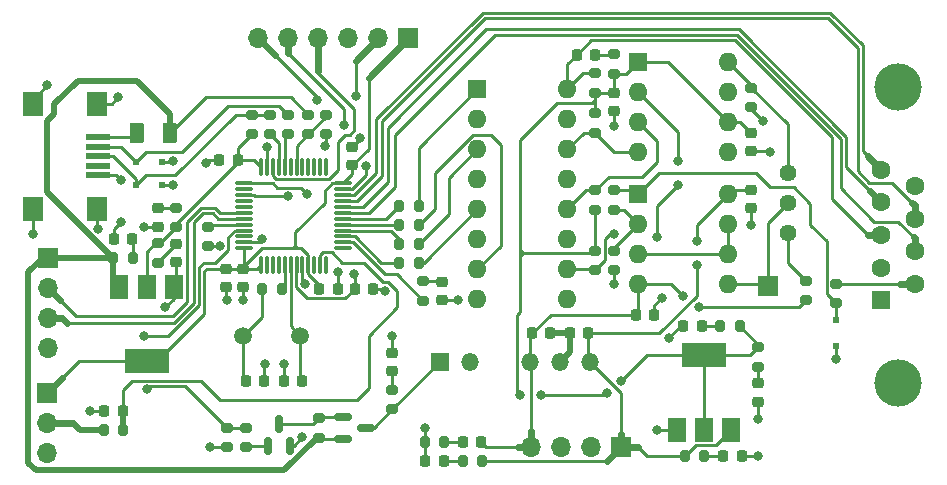
<source format=gbr>
%TF.GenerationSoftware,KiCad,Pcbnew,(6.0.0)*%
%TF.CreationDate,2023-02-03T01:01:01+01:00*%
%TF.ProjectId,EL1000_Lastcontroller,454c3130-3030-45f4-9c61-7374636f6e74,1*%
%TF.SameCoordinates,Original*%
%TF.FileFunction,Copper,L1,Top*%
%TF.FilePolarity,Positive*%
%FSLAX46Y46*%
G04 Gerber Fmt 4.6, Leading zero omitted, Abs format (unit mm)*
G04 Created by KiCad (PCBNEW (6.0.0)) date 2023-02-03 01:01:01*
%MOMM*%
%LPD*%
G01*
G04 APERTURE LIST*
G04 Aperture macros list*
%AMRoundRect*
0 Rectangle with rounded corners*
0 $1 Rounding radius*
0 $2 $3 $4 $5 $6 $7 $8 $9 X,Y pos of 4 corners*
0 Add a 4 corners polygon primitive as box body*
4,1,4,$2,$3,$4,$5,$6,$7,$8,$9,$2,$3,0*
0 Add four circle primitives for the rounded corners*
1,1,$1+$1,$2,$3*
1,1,$1+$1,$4,$5*
1,1,$1+$1,$6,$7*
1,1,$1+$1,$8,$9*
0 Add four rect primitives between the rounded corners*
20,1,$1+$1,$2,$3,$4,$5,0*
20,1,$1+$1,$4,$5,$6,$7,0*
20,1,$1+$1,$6,$7,$8,$9,0*
20,1,$1+$1,$8,$9,$2,$3,0*%
G04 Aperture macros list end*
%TA.AperFunction,ComponentPad*%
%ADD10R,1.700000X1.700000*%
%TD*%
%TA.AperFunction,ComponentPad*%
%ADD11O,1.700000X1.700000*%
%TD*%
%TA.AperFunction,SMDPad,CuDef*%
%ADD12RoundRect,0.225000X0.225000X0.250000X-0.225000X0.250000X-0.225000X-0.250000X0.225000X-0.250000X0*%
%TD*%
%TA.AperFunction,SMDPad,CuDef*%
%ADD13RoundRect,0.200000X0.275000X-0.200000X0.275000X0.200000X-0.275000X0.200000X-0.275000X-0.200000X0*%
%TD*%
%TA.AperFunction,SMDPad,CuDef*%
%ADD14RoundRect,0.200000X-0.275000X0.200000X-0.275000X-0.200000X0.275000X-0.200000X0.275000X0.200000X0*%
%TD*%
%TA.AperFunction,SMDPad,CuDef*%
%ADD15RoundRect,0.225000X-0.250000X0.225000X-0.250000X-0.225000X0.250000X-0.225000X0.250000X0.225000X0*%
%TD*%
%TA.AperFunction,SMDPad,CuDef*%
%ADD16RoundRect,0.200000X-0.200000X-0.275000X0.200000X-0.275000X0.200000X0.275000X-0.200000X0.275000X0*%
%TD*%
%TA.AperFunction,SMDPad,CuDef*%
%ADD17RoundRect,0.200000X0.200000X0.275000X-0.200000X0.275000X-0.200000X-0.275000X0.200000X-0.275000X0*%
%TD*%
%TA.AperFunction,SMDPad,CuDef*%
%ADD18RoundRect,0.218750X0.256250X-0.218750X0.256250X0.218750X-0.256250X0.218750X-0.256250X-0.218750X0*%
%TD*%
%TA.AperFunction,SMDPad,CuDef*%
%ADD19RoundRect,0.225000X-0.225000X-0.250000X0.225000X-0.250000X0.225000X0.250000X-0.225000X0.250000X0*%
%TD*%
%TA.AperFunction,ComponentPad*%
%ADD20R,1.600000X1.600000*%
%TD*%
%TA.AperFunction,ComponentPad*%
%ADD21O,1.600000X1.600000*%
%TD*%
%TA.AperFunction,ComponentPad*%
%ADD22C,4.000000*%
%TD*%
%TA.AperFunction,ComponentPad*%
%ADD23C,1.600000*%
%TD*%
%TA.AperFunction,SMDPad,CuDef*%
%ADD24RoundRect,0.150000X-0.587500X-0.150000X0.587500X-0.150000X0.587500X0.150000X-0.587500X0.150000X0*%
%TD*%
%TA.AperFunction,SMDPad,CuDef*%
%ADD25RoundRect,0.150000X0.150000X-0.587500X0.150000X0.587500X-0.150000X0.587500X-0.150000X-0.587500X0*%
%TD*%
%TA.AperFunction,SMDPad,CuDef*%
%ADD26RoundRect,0.218750X-0.256250X0.218750X-0.256250X-0.218750X0.256250X-0.218750X0.256250X0.218750X0*%
%TD*%
%TA.AperFunction,SMDPad,CuDef*%
%ADD27R,1.500000X2.000000*%
%TD*%
%TA.AperFunction,SMDPad,CuDef*%
%ADD28R,3.800000X2.000000*%
%TD*%
%TA.AperFunction,SMDPad,CuDef*%
%ADD29RoundRect,0.218750X-0.218750X-0.256250X0.218750X-0.256250X0.218750X0.256250X-0.218750X0.256250X0*%
%TD*%
%TA.AperFunction,ComponentPad*%
%ADD30R,1.500000X1.500000*%
%TD*%
%TA.AperFunction,ComponentPad*%
%ADD31O,1.500000X1.500000*%
%TD*%
%TA.AperFunction,ComponentPad*%
%ADD32C,1.440000*%
%TD*%
%TA.AperFunction,SMDPad,CuDef*%
%ADD33R,0.500000X0.500000*%
%TD*%
%TA.AperFunction,SMDPad,CuDef*%
%ADD34RoundRect,0.218750X0.218750X0.256250X-0.218750X0.256250X-0.218750X-0.256250X0.218750X-0.256250X0*%
%TD*%
%TA.AperFunction,SMDPad,CuDef*%
%ADD35R,2.000000X0.500000*%
%TD*%
%TA.AperFunction,SMDPad,CuDef*%
%ADD36R,1.700000X2.000000*%
%TD*%
%TA.AperFunction,SMDPad,CuDef*%
%ADD37RoundRect,0.225000X0.250000X-0.225000X0.250000X0.225000X-0.250000X0.225000X-0.250000X-0.225000X0*%
%TD*%
%TA.AperFunction,SMDPad,CuDef*%
%ADD38RoundRect,0.075000X0.075000X-0.662500X0.075000X0.662500X-0.075000X0.662500X-0.075000X-0.662500X0*%
%TD*%
%TA.AperFunction,SMDPad,CuDef*%
%ADD39RoundRect,0.075000X0.662500X-0.075000X0.662500X0.075000X-0.662500X0.075000X-0.662500X-0.075000X0*%
%TD*%
%TA.AperFunction,SMDPad,CuDef*%
%ADD40RoundRect,0.250000X0.375000X0.625000X-0.375000X0.625000X-0.375000X-0.625000X0.375000X-0.625000X0*%
%TD*%
%TA.AperFunction,ComponentPad*%
%ADD41C,1.500000*%
%TD*%
%TA.AperFunction,ViaPad*%
%ADD42C,0.800000*%
%TD*%
%TA.AperFunction,Conductor*%
%ADD43C,0.600000*%
%TD*%
%TA.AperFunction,Conductor*%
%ADD44C,0.250000*%
%TD*%
%TA.AperFunction,Conductor*%
%ADD45C,0.500000*%
%TD*%
G04 APERTURE END LIST*
D10*
%TO.P,J6,1,Pin_1*%
%TO.N,+3V3*%
X66200000Y-73600000D03*
D11*
%TO.P,J6,2,Pin_2*%
%TO.N,Net-(J6-Pad2)*%
X66200000Y-76140000D03*
%TO.P,J6,3,Pin_3*%
%TO.N,GND*%
X66200000Y-78680000D03*
%TD*%
D12*
%TO.P,C18,1*%
%TO.N,GNDS*%
X117575000Y-67000000D03*
%TO.P,C18,2*%
%TO.N,-12V*%
X116025000Y-67000000D03*
%TD*%
%TO.P,C7,1*%
%TO.N,Net-(C7-Pad1)*%
X87775000Y-72600000D03*
%TO.P,C7,2*%
%TO.N,GND*%
X86225000Y-72600000D03*
%TD*%
D13*
%TO.P,R27,1*%
%TO.N,Net-(R24-Pad1)*%
X88300000Y-51737500D03*
%TO.P,R27,2*%
%TO.N,+5V*%
X88300000Y-50087500D03*
%TD*%
D14*
%TO.P,R8,1*%
%TO.N,Net-(R8-Pad1)*%
X79800000Y-59550000D03*
%TO.P,R8,2*%
%TO.N,GND*%
X79800000Y-61200000D03*
%TD*%
D15*
%TO.P,C17,1*%
%TO.N,+12C*%
X125800000Y-56425000D03*
%TO.P,C17,2*%
%TO.N,GNDS*%
X125800000Y-57975000D03*
%TD*%
D14*
%TO.P,R17,1*%
%TO.N,+5C*%
X112600000Y-61575000D03*
%TO.P,R17,2*%
%TO.N,/~{CS}*%
X112600000Y-63225000D03*
%TD*%
D10*
%TO.P,J3,1,Pin_1*%
%TO.N,+3V3*%
X96725000Y-43625000D03*
D11*
%TO.P,J3,2,Pin_2*%
%TO.N,/SWCLK*%
X94185000Y-43625000D03*
%TO.P,J3,3,Pin_3*%
%TO.N,GND*%
X91645000Y-43625000D03*
%TO.P,J3,4,Pin_4*%
%TO.N,/SWDIO*%
X89105000Y-43625000D03*
%TO.P,J3,5,Pin_5*%
%TO.N,/NRST*%
X86565000Y-43625000D03*
%TO.P,J3,6,Pin_6*%
%TO.N,/SWO*%
X84025000Y-43625000D03*
%TD*%
D16*
%TO.P,R15,1*%
%TO.N,Net-(J6-Pad2)*%
X70975000Y-76800000D03*
%TO.P,R15,2*%
%TO.N,/LEM_Signal*%
X72625000Y-76800000D03*
%TD*%
D13*
%TO.P,R39,1*%
%TO.N,/Status_LED*%
X98000000Y-65825000D03*
%TO.P,R39,2*%
%TO.N,Net-(D7-Pad2)*%
X98000000Y-64175000D03*
%TD*%
D17*
%TO.P,R23,1*%
%TO.N,+5C*%
X124825000Y-68000000D03*
%TO.P,R23,2*%
%TO.N,Net-(C14-Pad1)*%
X123175000Y-68000000D03*
%TD*%
D15*
%TO.P,C2,1*%
%TO.N,Net-(C2-Pad1)*%
X77100000Y-61025000D03*
%TO.P,C2,2*%
%TO.N,GND*%
X77100000Y-62575000D03*
%TD*%
D13*
%TO.P,R21,1*%
%TO.N,Net-(R21-Pad1)*%
X85050000Y-51712500D03*
%TO.P,R21,2*%
%TO.N,/USB_DP*%
X85050000Y-50062500D03*
%TD*%
D10*
%TO.P,TP1,1,1*%
%TO.N,Net-(RV1-Pad2)*%
X127200000Y-64600000D03*
%TD*%
%TO.P,J1,1,Pin_1*%
%TO.N,+5V*%
X66225000Y-62200000D03*
D11*
%TO.P,J1,2,Pin_2*%
%TO.N,/UART_TX*%
X66225000Y-64740000D03*
%TO.P,J1,3,Pin_3*%
%TO.N,/UART_RX*%
X66225000Y-67280000D03*
%TO.P,J1,4,Pin_4*%
%TO.N,GND*%
X66225000Y-69820000D03*
%TD*%
D16*
%TO.P,R7,1*%
%TO.N,Net-(C3-Pad1)*%
X84375000Y-64800000D03*
%TO.P,R7,2*%
%TO.N,Net-(R7-Pad2)*%
X86025000Y-64800000D03*
%TD*%
D18*
%TO.P,D7,1,K*%
%TO.N,GND*%
X99600000Y-65787500D03*
%TO.P,D7,2,A*%
%TO.N,Net-(D7-Pad2)*%
X99600000Y-64212500D03*
%TD*%
D12*
%TO.P,C19,1*%
%TO.N,/LEM_Signal*%
X72575000Y-75200000D03*
%TO.P,C19,2*%
%TO.N,GND*%
X71025000Y-75200000D03*
%TD*%
D13*
%TO.P,R22,1*%
%TO.N,+3V3*%
X83550000Y-51712500D03*
%TO.P,R22,2*%
%TO.N,/USB_DP*%
X83550000Y-50062500D03*
%TD*%
D19*
%TO.P,C4,1*%
%TO.N,/NRST*%
X92225000Y-64800000D03*
%TO.P,C4,2*%
%TO.N,GND*%
X93775000Y-64800000D03*
%TD*%
D20*
%TO.P,U4,1*%
%TO.N,Net-(R11-Pad2)*%
X102600000Y-47925000D03*
D21*
%TO.P,U4,2*%
%TO.N,GND*%
X102600000Y-50465000D03*
%TO.P,U4,3*%
%TO.N,Net-(R12-Pad2)*%
X102600000Y-53005000D03*
%TO.P,U4,4*%
%TO.N,GND*%
X102600000Y-55545000D03*
%TO.P,U4,5*%
%TO.N,Net-(R13-Pad2)*%
X102600000Y-58085000D03*
%TO.P,U4,6*%
%TO.N,GND*%
X102600000Y-60625000D03*
%TO.P,U4,7*%
%TO.N,Net-(R14-Pad2)*%
X102600000Y-63165000D03*
%TO.P,U4,8*%
%TO.N,GND*%
X102600000Y-65705000D03*
%TO.P,U4,9*%
%TO.N,GNDS*%
X110220000Y-65705000D03*
%TO.P,U4,10*%
%TO.N,/~{CS}*%
X110220000Y-63165000D03*
%TO.P,U4,11*%
%TO.N,GNDS*%
X110220000Y-60625000D03*
%TO.P,U4,12*%
%TO.N,/SCK*%
X110220000Y-58085000D03*
%TO.P,U4,13*%
%TO.N,GNDS*%
X110220000Y-55545000D03*
%TO.P,U4,14*%
%TO.N,/SDI*%
X110220000Y-53005000D03*
%TO.P,U4,15*%
%TO.N,GNDS*%
X110220000Y-50465000D03*
%TO.P,U4,16*%
%TO.N,/REMOTE_CTRL*%
X110220000Y-47925000D03*
%TD*%
D14*
%TO.P,R1,1*%
%TO.N,/Iso_DCDC_Power*%
X81400000Y-76575000D03*
%TO.P,R1,2*%
%TO.N,GND*%
X81400000Y-78225000D03*
%TD*%
D13*
%TO.P,R5,1*%
%TO.N,Net-(Q2-Pad3)*%
X95400000Y-75025000D03*
%TO.P,R5,2*%
%TO.N,Net-(D1-Pad2)*%
X95400000Y-73375000D03*
%TD*%
D22*
%TO.P,J5,0*%
%TO.N,N/C*%
X138220000Y-72760000D03*
X138220000Y-47760000D03*
D20*
%TO.P,J5,1,1*%
%TO.N,unconnected-(J5-Pad1)*%
X136800000Y-65800000D03*
D23*
%TO.P,J5,2,2*%
%TO.N,GNDS*%
X136800000Y-63030000D03*
%TO.P,J5,3,3*%
%TO.N,/REMOTE_CTRL*%
X136800000Y-60260000D03*
%TO.P,J5,4,4*%
%TO.N,/UNDERVOLTAGE*%
X136800000Y-57490000D03*
%TO.P,J5,5,5*%
%TO.N,/OVERVOLTAGE*%
X136800000Y-54720000D03*
%TO.P,J5,6,6*%
%TO.N,/CURRENT_CONTROL*%
X139640000Y-64415000D03*
%TO.P,J5,7,7*%
%TO.N,/OVERTEMP*%
X139640000Y-61645000D03*
%TO.P,J5,8,8*%
%TO.N,/OVERLOAD*%
X139640000Y-58875000D03*
%TO.P,J5,9,9*%
%TO.N,GND*%
X139640000Y-56105000D03*
%TD*%
D24*
%TO.P,Q2,1,G*%
%TO.N,Net-(Q1-Pad3)*%
X91262500Y-75650000D03*
%TO.P,Q2,2,S*%
%TO.N,+5V*%
X91262500Y-77550000D03*
%TO.P,Q2,3,D*%
%TO.N,Net-(Q2-Pad3)*%
X93137500Y-76600000D03*
%TD*%
D25*
%TO.P,Q1,1,G*%
%TO.N,Net-(Q1-Pad1)*%
X84850000Y-78137500D03*
%TO.P,Q1,2,S*%
%TO.N,GND*%
X86750000Y-78137500D03*
%TO.P,Q1,3,D*%
%TO.N,Net-(Q1-Pad3)*%
X85800000Y-76262500D03*
%TD*%
D14*
%TO.P,R32,1*%
%TO.N,Net-(R32-Pad1)*%
X130400000Y-64150000D03*
%TO.P,R32,2*%
%TO.N,-12V*%
X130400000Y-65800000D03*
%TD*%
D26*
%TO.P,D1,1,K*%
%TO.N,GND*%
X95400000Y-70212500D03*
%TO.P,D1,2,A*%
%TO.N,Net-(D1-Pad2)*%
X95400000Y-71787500D03*
%TD*%
D16*
%TO.P,R14,1*%
%TO.N,/ST_MOSI*%
X96000000Y-59400000D03*
%TO.P,R14,2*%
%TO.N,Net-(R14-Pad2)*%
X97650000Y-59400000D03*
%TD*%
D14*
%TO.P,R18,1*%
%TO.N,+5C*%
X112600000Y-49975000D03*
%TO.P,R18,2*%
%TO.N,/SDI*%
X112600000Y-51625000D03*
%TD*%
D16*
%TO.P,R4,1*%
%TO.N,+5V*%
X71775000Y-62200000D03*
%TO.P,R4,2*%
%TO.N,Net-(C1-Pad1)*%
X73425000Y-62200000D03*
%TD*%
%TO.P,R11,1*%
%TO.N,/Remote_CTRL_STM*%
X96000000Y-57800000D03*
%TO.P,R11,2*%
%TO.N,Net-(R11-Pad2)*%
X97650000Y-57800000D03*
%TD*%
%TO.P,R13,1*%
%TO.N,/ST_SCK*%
X96000000Y-62600000D03*
%TO.P,R13,2*%
%TO.N,Net-(R13-Pad2)*%
X97650000Y-62600000D03*
%TD*%
D15*
%TO.P,C8,1*%
%TO.N,+3V3*%
X82800000Y-63112500D03*
%TO.P,C8,2*%
%TO.N,GND*%
X82800000Y-64662500D03*
%TD*%
D12*
%TO.P,C5,1*%
%TO.N,+12C*%
X111975000Y-68600000D03*
%TO.P,C5,2*%
%TO.N,GNDS*%
X110425000Y-68600000D03*
%TD*%
D13*
%TO.P,R38,1*%
%TO.N,Net-(D10-Pad1)*%
X133000000Y-66025000D03*
%TO.P,R38,2*%
%TO.N,/CURRENT_CONTROL*%
X133000000Y-64375000D03*
%TD*%
D27*
%TO.P,U5,1,GND*%
%TO.N,GNDS*%
X119500000Y-76750000D03*
%TO.P,U5,2,VO*%
%TO.N,+5C*%
X121800000Y-76750000D03*
D28*
X121800000Y-70450000D03*
D27*
%TO.P,U5,3,VI*%
%TO.N,+12C*%
X124100000Y-76750000D03*
%TD*%
D29*
%TO.P,D8,1,K*%
%TO.N,/REMOTE_CTRL*%
X111012500Y-45000000D03*
%TO.P,D8,2,A*%
%TO.N,Net-(D8-Pad2)*%
X112587500Y-45000000D03*
%TD*%
D30*
%TO.P,U2,1,VIN+*%
%TO.N,Net-(Q2-Pad3)*%
X99467500Y-71005000D03*
D31*
%TO.P,U2,2,VIN-*%
%TO.N,GND*%
X102007500Y-71005000D03*
%TO.P,U2,4,VOUT-*%
%TO.N,-12V*%
X107087500Y-71005000D03*
%TO.P,U2,5,0V*%
%TO.N,GNDS*%
X109627500Y-71005000D03*
%TO.P,U2,6,VOUT+*%
%TO.N,+12C*%
X112167500Y-71005000D03*
%TD*%
D20*
%TO.P,U7,1*%
%TO.N,Net-(D10-Pad1)*%
X116200000Y-56800000D03*
D21*
%TO.P,U7,2,-*%
%TO.N,Net-(R36-Pad2)*%
X116200000Y-59340000D03*
%TO.P,U7,3,+*%
%TO.N,Net-(U7-Pad3)*%
X116200000Y-61880000D03*
%TO.P,U7,4,V-*%
%TO.N,-12V*%
X116200000Y-64420000D03*
%TO.P,U7,5,+*%
%TO.N,Net-(RV1-Pad2)*%
X123820000Y-64420000D03*
%TO.P,U7,6,-*%
%TO.N,Net-(U7-Pad3)*%
X123820000Y-61880000D03*
%TO.P,U7,7*%
X123820000Y-59340000D03*
%TO.P,U7,8,V+*%
%TO.N,+12C*%
X123820000Y-56800000D03*
%TD*%
D14*
%TO.P,R6,1*%
%TO.N,+3V3*%
X75600000Y-60975000D03*
%TO.P,R6,2*%
%TO.N,Net-(C2-Pad1)*%
X75600000Y-62625000D03*
%TD*%
D32*
%TO.P,RV1,1,1*%
%TO.N,Net-(R28-Pad1)*%
X128875000Y-55050000D03*
%TO.P,RV1,2,2*%
%TO.N,Net-(RV1-Pad2)*%
X128875000Y-57590000D03*
%TO.P,RV1,3,3*%
%TO.N,Net-(R32-Pad1)*%
X128875000Y-60130000D03*
%TD*%
D33*
%TO.P,D4,1,A1*%
%TO.N,GND*%
X75900000Y-56050000D03*
%TO.P,D4,2,A2*%
%TO.N,/USB_DP*%
X73700000Y-56050000D03*
%TD*%
D12*
%TO.P,C14,1*%
%TO.N,Net-(C14-Pad1)*%
X121600000Y-68000000D03*
%TO.P,C14,2*%
%TO.N,GNDS*%
X120050000Y-68000000D03*
%TD*%
D13*
%TO.P,R3,1*%
%TO.N,+5V*%
X89200000Y-77425000D03*
%TO.P,R3,2*%
%TO.N,Net-(Q1-Pad3)*%
X89200000Y-75775000D03*
%TD*%
D33*
%TO.P,D5,1,A1*%
%TO.N,GND*%
X75900000Y-54050000D03*
%TO.P,D5,2,A2*%
%TO.N,/USB_DM*%
X73700000Y-54050000D03*
%TD*%
D15*
%TO.P,C16,1*%
%TO.N,+5C*%
X125800000Y-51625000D03*
%TO.P,C16,2*%
%TO.N,GNDS*%
X125800000Y-53175000D03*
%TD*%
D12*
%TO.P,C11,1*%
%TO.N,+3V3*%
X82325000Y-53887500D03*
%TO.P,C11,2*%
%TO.N,GND*%
X80775000Y-53887500D03*
%TD*%
D34*
%TO.P,D3,1,K*%
%TO.N,-12V*%
X102947500Y-77800000D03*
%TO.P,D3,2,A*%
%TO.N,Net-(D3-Pad2)*%
X101372500Y-77800000D03*
%TD*%
D35*
%TO.P,J2,1,VBUS*%
%TO.N,Net-(F1-Pad2)*%
X70500000Y-52000000D03*
%TO.P,J2,2,D-*%
%TO.N,/USB_DM*%
X70500000Y-52800000D03*
%TO.P,J2,3,D+*%
%TO.N,/USB_DP*%
X70500000Y-53600000D03*
%TO.P,J2,4,ID*%
%TO.N,unconnected-(J2-Pad4)*%
X70500000Y-54400000D03*
%TO.P,J2,5,GND*%
%TO.N,GND*%
X70500000Y-55200000D03*
D36*
%TO.P,J2,6,Shield*%
X70400000Y-49150000D03*
X64950000Y-58050000D03*
X70400000Y-58050000D03*
X64950000Y-49150000D03*
%TD*%
D14*
%TO.P,R26,1*%
%TO.N,+5C*%
X126400000Y-69775000D03*
%TO.P,R26,2*%
%TO.N,Net-(D6-Pad2)*%
X126400000Y-71425000D03*
%TD*%
D37*
%TO.P,C12,1*%
%TO.N,+3V3*%
X92000000Y-54375000D03*
%TO.P,C12,2*%
%TO.N,GND*%
X92000000Y-52825000D03*
%TD*%
D18*
%TO.P,D9,1,K*%
%TO.N,GND*%
X75554387Y-59553265D03*
%TO.P,D9,2,A*%
%TO.N,Net-(D9-Pad2)*%
X75554387Y-57978265D03*
%TD*%
D13*
%TO.P,R16,1*%
%TO.N,+5C*%
X112600000Y-58125000D03*
%TO.P,R16,2*%
%TO.N,/SCK*%
X112600000Y-56475000D03*
%TD*%
%TO.P,R40,1*%
%TO.N,+5C*%
X114200000Y-46625000D03*
%TO.P,R40,2*%
%TO.N,Net-(D8-Pad2)*%
X114200000Y-44975000D03*
%TD*%
D17*
%TO.P,R9,1*%
%TO.N,+12C*%
X103025000Y-79400000D03*
%TO.P,R9,2*%
%TO.N,Net-(D2-Pad2)*%
X101375000Y-79400000D03*
%TD*%
D18*
%TO.P,D6,1,K*%
%TO.N,GNDS*%
X126400000Y-74387500D03*
%TO.P,D6,2,A*%
%TO.N,Net-(D6-Pad2)*%
X126400000Y-72812500D03*
%TD*%
D27*
%TO.P,U1,1,GND*%
%TO.N,GND*%
X76900000Y-64650000D03*
%TO.P,U1,2,VO*%
%TO.N,+3V3*%
X74600000Y-64650000D03*
D28*
X74600000Y-70950000D03*
D27*
%TO.P,U1,3,VI*%
%TO.N,+5V*%
X72300000Y-64650000D03*
%TD*%
D29*
%TO.P,D2,1,K*%
%TO.N,GNDS*%
X98212500Y-79400000D03*
%TO.P,D2,2,A*%
%TO.N,Net-(D2-Pad2)*%
X99787500Y-79400000D03*
%TD*%
D38*
%TO.P,U3,1,VBAT*%
%TO.N,+3V3*%
X84300000Y-62800000D03*
%TO.P,U3,2,PC13*%
%TO.N,unconnected-(U3-Pad2)*%
X84800000Y-62800000D03*
%TO.P,U3,3,PC14*%
%TO.N,unconnected-(U3-Pad3)*%
X85300000Y-62800000D03*
%TO.P,U3,4,PC15*%
%TO.N,unconnected-(U3-Pad4)*%
X85800000Y-62800000D03*
%TO.P,U3,5,PF0*%
%TO.N,Net-(R7-Pad2)*%
X86300000Y-62800000D03*
%TO.P,U3,6,PF1*%
%TO.N,Net-(C7-Pad1)*%
X86800000Y-62800000D03*
%TO.P,U3,7,NRST*%
%TO.N,/NRST*%
X87300000Y-62800000D03*
%TO.P,U3,8,VSSA*%
%TO.N,GND*%
X87800000Y-62800000D03*
%TO.P,U3,9,VDDA*%
%TO.N,+3V3*%
X88300000Y-62800000D03*
%TO.P,U3,10,PA0*%
%TO.N,unconnected-(U3-Pad10)*%
X88800000Y-62800000D03*
%TO.P,U3,11,PA1*%
%TO.N,/LEM_Signal*%
X89300000Y-62800000D03*
%TO.P,U3,12,PA2*%
%TO.N,unconnected-(U3-Pad12)*%
X89800000Y-62800000D03*
D39*
%TO.P,U3,13,PA3*%
%TO.N,unconnected-(U3-Pad13)*%
X91212500Y-61387500D03*
%TO.P,U3,14,PA4*%
%TO.N,/Status_LED*%
X91212500Y-60887500D03*
%TO.P,U3,15,PA5*%
%TO.N,/ST_SCK*%
X91212500Y-60387500D03*
%TO.P,U3,16,PA6*%
%TO.N,/ST_CS*%
X91212500Y-59887500D03*
%TO.P,U3,17,PA7*%
%TO.N,/ST_MOSI*%
X91212500Y-59387500D03*
%TO.P,U3,18,PB0*%
%TO.N,/Remote_CTRL_STM*%
X91212500Y-58887500D03*
%TO.P,U3,19,PB1*%
%TO.N,/OVERTEMP*%
X91212500Y-58387500D03*
%TO.P,U3,20,PB2*%
%TO.N,/UNDERVOLTAGE*%
X91212500Y-57887500D03*
%TO.P,U3,21,PB10*%
%TO.N,/OVERLOAD*%
X91212500Y-57387500D03*
%TO.P,U3,22,PB11*%
%TO.N,/OVERVOLTAGE*%
X91212500Y-56887500D03*
%TO.P,U3,23,VSS*%
%TO.N,GND*%
X91212500Y-56387500D03*
%TO.P,U3,24,VDD*%
%TO.N,+3V3*%
X91212500Y-55887500D03*
D38*
%TO.P,U3,25,PB12*%
%TO.N,unconnected-(U3-Pad25)*%
X89800000Y-54475000D03*
%TO.P,U3,26,PB13*%
%TO.N,unconnected-(U3-Pad26)*%
X89300000Y-54475000D03*
%TO.P,U3,27,PB14*%
%TO.N,unconnected-(U3-Pad27)*%
X88800000Y-54475000D03*
%TO.P,U3,28,PB15*%
%TO.N,unconnected-(U3-Pad28)*%
X88300000Y-54475000D03*
%TO.P,U3,29,PA8*%
%TO.N,unconnected-(U3-Pad29)*%
X87800000Y-54475000D03*
%TO.P,U3,30,PA9*%
%TO.N,Net-(R24-Pad1)*%
X87300000Y-54475000D03*
%TO.P,U3,31,PA10*%
%TO.N,unconnected-(U3-Pad31)*%
X86800000Y-54475000D03*
%TO.P,U3,32,PA11*%
%TO.N,Net-(R20-Pad1)*%
X86300000Y-54475000D03*
%TO.P,U3,33,PA12*%
%TO.N,Net-(R21-Pad1)*%
X85800000Y-54475000D03*
%TO.P,U3,34,PA13*%
%TO.N,/SWDIO*%
X85300000Y-54475000D03*
%TO.P,U3,35,VSS*%
%TO.N,GND*%
X84800000Y-54475000D03*
%TO.P,U3,36,VDD*%
%TO.N,+3V3*%
X84300000Y-54475000D03*
D39*
%TO.P,U3,37,PA14*%
%TO.N,/SWCLK*%
X82887500Y-55887500D03*
%TO.P,U3,38,PA15*%
%TO.N,unconnected-(U3-Pad38)*%
X82887500Y-56387500D03*
%TO.P,U3,39,PB3*%
%TO.N,/SWO*%
X82887500Y-56887500D03*
%TO.P,U3,40,PB4*%
%TO.N,unconnected-(U3-Pad40)*%
X82887500Y-57387500D03*
%TO.P,U3,41,PB5*%
%TO.N,unconnected-(U3-Pad41)*%
X82887500Y-57887500D03*
%TO.P,U3,42,PB6*%
%TO.N,/UART_TX*%
X82887500Y-58387500D03*
%TO.P,U3,43,PB7*%
%TO.N,/UART_RX*%
X82887500Y-58887500D03*
%TO.P,U3,44,BOOT0*%
%TO.N,Net-(R8-Pad1)*%
X82887500Y-59387500D03*
%TO.P,U3,45,PB8*%
%TO.N,/Iso_DCDC_Power*%
X82887500Y-59887500D03*
%TO.P,U3,46,PB9*%
%TO.N,unconnected-(U3-Pad46)*%
X82887500Y-60387500D03*
%TO.P,U3,47,VSS*%
%TO.N,GND*%
X82887500Y-60887500D03*
%TO.P,U3,48,VDD*%
%TO.N,+3V3*%
X82887500Y-61387500D03*
%TD*%
D12*
%TO.P,C6,1*%
%TO.N,GNDS*%
X108775000Y-68600000D03*
%TO.P,C6,2*%
%TO.N,-12V*%
X107225000Y-68600000D03*
%TD*%
D14*
%TO.P,R2,1*%
%TO.N,/Iso_DCDC_Power*%
X83000000Y-76575000D03*
%TO.P,R2,2*%
%TO.N,Net-(Q1-Pad1)*%
X83000000Y-78225000D03*
%TD*%
%TO.P,R36,1*%
%TO.N,Net-(D10-Pad1)*%
X114197711Y-56477520D03*
%TO.P,R36,2*%
%TO.N,Net-(R36-Pad2)*%
X114197711Y-58127520D03*
%TD*%
D12*
%TO.P,C1,1*%
%TO.N,Net-(C1-Pad1)*%
X73375000Y-60600000D03*
%TO.P,C1,2*%
%TO.N,GND*%
X71825000Y-60600000D03*
%TD*%
D19*
%TO.P,C10,1*%
%TO.N,Net-(C10-Pad1)*%
X123425000Y-79000000D03*
%TO.P,C10,2*%
%TO.N,GNDS*%
X124975000Y-79000000D03*
%TD*%
D33*
%TO.P,D10,1,K*%
%TO.N,Net-(D10-Pad1)*%
X133000000Y-67500000D03*
%TO.P,D10,2,A*%
%TO.N,GNDS*%
X133000000Y-69700000D03*
%TD*%
D14*
%TO.P,R24,1*%
%TO.N,Net-(R24-Pad1)*%
X89800000Y-50087500D03*
%TO.P,R24,2*%
%TO.N,GND*%
X89800000Y-51737500D03*
%TD*%
D15*
%TO.P,C13,1*%
%TO.N,+3V3*%
X81300000Y-63112500D03*
%TO.P,C13,2*%
%TO.N,GND*%
X81300000Y-64662500D03*
%TD*%
D16*
%TO.P,R10,1*%
%TO.N,GNDS*%
X98135000Y-77800000D03*
%TO.P,R10,2*%
%TO.N,Net-(D3-Pad2)*%
X99785000Y-77800000D03*
%TD*%
D19*
%TO.P,C9,1*%
%TO.N,+3V3*%
X89225000Y-64800000D03*
%TO.P,C9,2*%
%TO.N,GND*%
X90775000Y-64800000D03*
%TD*%
D14*
%TO.P,R28,1*%
%TO.N,Net-(R28-Pad1)*%
X125800000Y-47775000D03*
%TO.P,R28,2*%
%TO.N,GNDS*%
X125800000Y-49425000D03*
%TD*%
D16*
%TO.P,R19,1*%
%TO.N,+12C*%
X120175000Y-79000000D03*
%TO.P,R19,2*%
%TO.N,Net-(C10-Pad1)*%
X121825000Y-79000000D03*
%TD*%
D13*
%TO.P,R25,1*%
%TO.N,+3V3*%
X77081174Y-59590765D03*
%TO.P,R25,2*%
%TO.N,Net-(D9-Pad2)*%
X77081174Y-57940765D03*
%TD*%
D15*
%TO.P,C15,1*%
%TO.N,+5C*%
X114200000Y-48225000D03*
%TO.P,C15,2*%
%TO.N,GNDS*%
X114200000Y-49775000D03*
%TD*%
D40*
%TO.P,F1,1*%
%TO.N,+5V*%
X76600000Y-51600000D03*
%TO.P,F1,2*%
%TO.N,Net-(F1-Pad2)*%
X73800000Y-51600000D03*
%TD*%
D14*
%TO.P,R37,1*%
%TO.N,Net-(R36-Pad2)*%
X114200000Y-61575000D03*
%TO.P,R37,2*%
%TO.N,GNDS*%
X114200000Y-63225000D03*
%TD*%
D19*
%TO.P,C3,1*%
%TO.N,Net-(C3-Pad1)*%
X83025000Y-72600000D03*
%TO.P,C3,2*%
%TO.N,GND*%
X84575000Y-72600000D03*
%TD*%
D10*
%TO.P,J4,1,Pin_1*%
%TO.N,+12C*%
X114800000Y-78225000D03*
D11*
%TO.P,J4,2,Pin_2*%
%TO.N,GNDS*%
X112260000Y-78225000D03*
%TO.P,J4,3,Pin_3*%
X109720000Y-78225000D03*
%TO.P,J4,4,Pin_4*%
%TO.N,-12V*%
X107180000Y-78225000D03*
%TD*%
D41*
%TO.P,Y1,1,1*%
%TO.N,Net-(C3-Pad1)*%
X82750000Y-68800000D03*
%TO.P,Y1,2,2*%
%TO.N,Net-(C7-Pad1)*%
X87630000Y-68800000D03*
%TD*%
D20*
%TO.P,U6,1,Vdd*%
%TO.N,+5C*%
X116200000Y-45600000D03*
D21*
%TO.P,U6,2,~{CS}*%
%TO.N,/~{CS}*%
X116200000Y-48140000D03*
%TO.P,U6,3,SCK*%
%TO.N,/SCK*%
X116200000Y-50680000D03*
%TO.P,U6,4,SDI*%
%TO.N,/SDI*%
X116200000Y-53220000D03*
%TO.P,U6,5,~{LDAC}*%
%TO.N,GNDS*%
X123820000Y-53220000D03*
%TO.P,U6,6,Vref*%
%TO.N,+5C*%
X123820000Y-50680000D03*
%TO.P,U6,7,Vss*%
%TO.N,GNDS*%
X123820000Y-48140000D03*
%TO.P,U6,8,Vout*%
%TO.N,Net-(R28-Pad1)*%
X123820000Y-45600000D03*
%TD*%
D16*
%TO.P,R12,1*%
%TO.N,/ST_CS*%
X96000000Y-61000000D03*
%TO.P,R12,2*%
%TO.N,Net-(R12-Pad2)*%
X97650000Y-61000000D03*
%TD*%
D13*
%TO.P,R35,1*%
%TO.N,+5C*%
X112600000Y-48225000D03*
%TO.P,R35,2*%
%TO.N,/REMOTE_CTRL*%
X112600000Y-46575000D03*
%TD*%
%TO.P,R20,1*%
%TO.N,Net-(R20-Pad1)*%
X86550000Y-51712500D03*
%TO.P,R20,2*%
%TO.N,/USB_DM*%
X86550000Y-50062500D03*
%TD*%
D42*
%TO.N,GND*%
X76800000Y-56000000D03*
X81400000Y-65800000D03*
X84600000Y-71200000D03*
X74400000Y-59600000D03*
X90800000Y-63400000D03*
X87800000Y-77400000D03*
X93200000Y-54400000D03*
X72400000Y-59200000D03*
X84800000Y-52800000D03*
X82800000Y-65800000D03*
X84400000Y-60600000D03*
X86200000Y-71200000D03*
X80800000Y-61200000D03*
X70506242Y-59729866D03*
X88000000Y-64400000D03*
X89675500Y-52768318D03*
X72200000Y-48600000D03*
X76800000Y-54000000D03*
X92675500Y-52071035D03*
X65000000Y-60200000D03*
X95400000Y-68800000D03*
X94765278Y-64989876D03*
X80000000Y-78200000D03*
X66200000Y-47600000D03*
X76200000Y-66400000D03*
X79600000Y-54200000D03*
X101000000Y-65800000D03*
X69800000Y-75200000D03*
X72400000Y-55600000D03*
%TO.N,/NRST*%
X92200000Y-63600000D03*
X91324500Y-50968318D03*
%TO.N,+12C*%
X121200000Y-62800000D03*
X121200000Y-60800000D03*
%TO.N,GNDS*%
X126400000Y-79000000D03*
X114200000Y-64400000D03*
X114200000Y-51000000D03*
X117800000Y-76800000D03*
X126400000Y-75800000D03*
X133000000Y-70800000D03*
X127400000Y-53200000D03*
X126800000Y-50600000D03*
X118800000Y-69000000D03*
X125800000Y-59400000D03*
X118200000Y-65600000D03*
X98200000Y-76600000D03*
%TO.N,-12V*%
X120000000Y-65400000D03*
X121400000Y-66400000D03*
%TO.N,+5C*%
X113600000Y-73600000D03*
X108000000Y-73800000D03*
X106200000Y-73800000D03*
X114800000Y-72600000D03*
%TO.N,/SWCLK*%
X88200000Y-56800000D03*
X92311700Y-48487102D03*
%TO.N,/SWO*%
X89000000Y-48800000D03*
X86600000Y-57000000D03*
%TO.N,/Iso_DCDC_Power*%
X74400000Y-68800000D03*
X74631682Y-73324500D03*
%TO.N,/~{CS}*%
X119600000Y-54000000D03*
X119600000Y-56000000D03*
X114200000Y-60200000D03*
X117800000Y-60400000D03*
%TD*%
D43*
%TO.N,+3V3*%
X96725000Y-43625000D02*
X93400000Y-46950000D01*
%TO.N,/SWCLK*%
X94185000Y-43625000D02*
X92311700Y-45498300D01*
%TO.N,/SWDIO*%
X89105000Y-43625000D02*
X89105000Y-46395000D01*
%TO.N,/NRST*%
X86565000Y-43625000D02*
X86565000Y-44827081D01*
%TO.N,/SWO*%
X84025000Y-43625000D02*
X85450000Y-45050000D01*
D44*
X89000000Y-48600000D02*
X85450000Y-45050000D01*
D43*
%TO.N,/UART_TX*%
X66225000Y-64740000D02*
X67242500Y-65757500D01*
D44*
X67242500Y-65757500D02*
X68635489Y-67150489D01*
D43*
%TO.N,/UART_RX*%
X67480000Y-67280000D02*
X67880000Y-67680000D01*
X66225000Y-67280000D02*
X67480000Y-67280000D01*
D44*
X67880000Y-67680000D02*
X76920000Y-67680000D01*
D43*
%TO.N,+3V3*%
X66200000Y-73600000D02*
X67400000Y-72400000D01*
D44*
X68850000Y-70950000D02*
X67400000Y-72400000D01*
D43*
%TO.N,Net-(J6-Pad2)*%
X66200000Y-76140000D02*
X68340000Y-76140000D01*
%TO.N,+12C*%
X114800000Y-78225000D02*
X113625000Y-79400000D01*
D44*
X114800000Y-73637500D02*
X114800000Y-77100000D01*
D43*
X114800000Y-78225000D02*
X114800000Y-77100000D01*
X114800000Y-78225000D02*
X116225000Y-78225000D01*
%TO.N,-12V*%
X107180000Y-78225000D02*
X106025000Y-78225000D01*
D44*
X103372500Y-78225000D02*
X106025000Y-78225000D01*
D43*
X107180000Y-78225000D02*
X107180000Y-76880000D01*
D44*
X107180000Y-76880000D02*
X107180000Y-71097500D01*
D43*
%TO.N,/CURRENT_CONTROL*%
X139640000Y-64415000D02*
X138385000Y-64415000D01*
D44*
X138385000Y-64415000D02*
X133040000Y-64415000D01*
D43*
%TO.N,/REMOTE_CTRL*%
X136800000Y-60260000D02*
X135668630Y-60260000D01*
%TO.N,/OVERTEMP*%
X139640000Y-61645000D02*
X139640000Y-60513630D01*
D44*
X138261859Y-59135489D02*
X139563185Y-60436815D01*
D43*
X139640000Y-60513630D02*
X139563185Y-60436815D01*
%TO.N,/UNDERVOLTAGE*%
X136800000Y-57490000D02*
X135855000Y-56545000D01*
D44*
X135855000Y-56545000D02*
X133849511Y-54539511D01*
D43*
%TO.N,/OVERLOAD*%
X139640000Y-57743630D02*
X139448185Y-57551815D01*
X139640000Y-58875000D02*
X139640000Y-57743630D01*
D44*
X139448185Y-57551815D02*
X137740881Y-55844511D01*
D43*
%TO.N,/OVERVOLTAGE*%
X136800000Y-54720000D02*
X135690000Y-53610000D01*
D44*
X135690000Y-53610000D02*
X135249511Y-53169511D01*
%TO.N,Net-(C1-Pad1)*%
X73425000Y-62200000D02*
X73425000Y-60650000D01*
X73425000Y-60650000D02*
X73375000Y-60600000D01*
%TO.N,GND*%
X76750000Y-54050000D02*
X76800000Y-54000000D01*
X71025000Y-75200000D02*
X69800000Y-75200000D01*
X90775000Y-63425000D02*
X90800000Y-63400000D01*
X87062500Y-78137500D02*
X87800000Y-77400000D01*
X87800000Y-62800000D02*
X87800000Y-64200000D01*
X75900000Y-56050000D02*
X76750000Y-56050000D01*
X80025000Y-78225000D02*
X80000000Y-78200000D01*
X70500000Y-55200000D02*
X72000000Y-55200000D01*
X92015006Y-56387500D02*
X93200000Y-55202506D01*
X77100000Y-64450000D02*
X76900000Y-64650000D01*
X71650000Y-49150000D02*
X72200000Y-48600000D01*
X76750000Y-56050000D02*
X76800000Y-56000000D01*
X86750000Y-78137500D02*
X87062500Y-78137500D01*
X71825000Y-60600000D02*
X71825000Y-59775000D01*
X64950000Y-49150000D02*
X64950000Y-48850000D01*
X81300000Y-64662500D02*
X81300000Y-65700000D01*
X84112500Y-60887500D02*
X84400000Y-60600000D01*
X84800000Y-54475000D02*
X84800000Y-52800000D01*
X79912500Y-53887500D02*
X79600000Y-54200000D01*
X81400000Y-78225000D02*
X80025000Y-78225000D01*
X70400000Y-58050000D02*
X70400000Y-59623624D01*
X71825000Y-59775000D02*
X72400000Y-59200000D01*
X82800000Y-64662500D02*
X82800000Y-65800000D01*
X93200000Y-55202506D02*
X93200000Y-54400000D01*
X94575402Y-64800000D02*
X94765278Y-64989876D01*
X86225000Y-71225000D02*
X86200000Y-71200000D01*
X75554387Y-59553265D02*
X74446735Y-59553265D01*
X64950000Y-58050000D02*
X64950000Y-60150000D01*
X91212500Y-56387500D02*
X92015006Y-56387500D01*
X72000000Y-55200000D02*
X72400000Y-55600000D01*
X79800000Y-61200000D02*
X80800000Y-61200000D01*
X81300000Y-65700000D02*
X81400000Y-65800000D01*
X64950000Y-60150000D02*
X65000000Y-60200000D01*
X70400000Y-49150000D02*
X71650000Y-49150000D01*
X74446735Y-59553265D02*
X74400000Y-59600000D01*
X84575000Y-71225000D02*
X84600000Y-71200000D01*
X92675500Y-52149500D02*
X92675500Y-52071035D01*
X90775000Y-64800000D02*
X90775000Y-63425000D01*
X80775000Y-53887500D02*
X79912500Y-53887500D01*
X70400000Y-59623624D02*
X70506242Y-59729866D01*
X82887500Y-60887500D02*
X84112500Y-60887500D01*
X87800000Y-64200000D02*
X88000000Y-64400000D01*
X92000000Y-52825000D02*
X92675500Y-52149500D01*
X77100000Y-62575000D02*
X77100000Y-64450000D01*
X76900000Y-64650000D02*
X76900000Y-65700000D01*
X89800000Y-51737500D02*
X89800000Y-52643818D01*
X93775000Y-64800000D02*
X94575402Y-64800000D01*
X89800000Y-52643818D02*
X89675500Y-52768318D01*
X100987500Y-65787500D02*
X101000000Y-65800000D01*
X75900000Y-54050000D02*
X76750000Y-54050000D01*
X84575000Y-72600000D02*
X84575000Y-71225000D01*
X86225000Y-72600000D02*
X86225000Y-71225000D01*
X76900000Y-65700000D02*
X76200000Y-66400000D01*
X95400000Y-70212500D02*
X95400000Y-68800000D01*
X64950000Y-48850000D02*
X66200000Y-47600000D01*
X99600000Y-65787500D02*
X100987500Y-65787500D01*
%TO.N,Net-(C2-Pad1)*%
X75600000Y-62525000D02*
X77100000Y-61025000D01*
X75600000Y-62625000D02*
X75600000Y-62525000D01*
%TO.N,Net-(C3-Pad1)*%
X82750000Y-68800000D02*
X82750000Y-72325000D01*
X82750000Y-72325000D02*
X83025000Y-72600000D01*
X84375000Y-64800000D02*
X84375000Y-67175000D01*
X84375000Y-67175000D02*
X82750000Y-68800000D01*
%TO.N,/NRST*%
X87300000Y-62800000D02*
X87275499Y-62824501D01*
X87275499Y-62824501D02*
X87275499Y-64700099D01*
X92225000Y-64800000D02*
X92225000Y-63625000D01*
X91425480Y-65599520D02*
X92225000Y-64800000D01*
X86565000Y-44827081D02*
X91324500Y-49586581D01*
X87275499Y-64700099D02*
X88174920Y-65599520D01*
X91324500Y-49586581D02*
X91324500Y-50968318D01*
X92225000Y-63625000D02*
X92200000Y-63600000D01*
X88174920Y-65599520D02*
X91425480Y-65599520D01*
%TO.N,+12C*%
X111975000Y-68600000D02*
X111975000Y-70812500D01*
X121200000Y-59420000D02*
X121200000Y-60800000D01*
X125800000Y-56425000D02*
X124195000Y-56425000D01*
X112167500Y-71005000D02*
X114800000Y-73637500D01*
X123820000Y-56800000D02*
X121200000Y-59420000D01*
X124195000Y-56425000D02*
X123820000Y-56800000D01*
X121200000Y-62800000D02*
X121200000Y-65400000D01*
X120175000Y-79000000D02*
X121100489Y-78074511D01*
X120175000Y-79000000D02*
X117000000Y-79000000D01*
X117000000Y-79000000D02*
X116225000Y-78225000D01*
X121100489Y-78074511D02*
X122775489Y-78074511D01*
X111975000Y-70812500D02*
X112167500Y-71005000D01*
X122775489Y-78074511D02*
X124100000Y-76750000D01*
X121200000Y-65400000D02*
X118000000Y-68600000D01*
X103025000Y-79400000D02*
X113625000Y-79400000D01*
X111975000Y-68600000D02*
X118000000Y-68600000D01*
%TO.N,GNDS*%
X114200000Y-49775000D02*
X114200000Y-51000000D01*
X125800000Y-49600000D02*
X126800000Y-50600000D01*
X117850000Y-76750000D02*
X117800000Y-76800000D01*
X114200000Y-63225000D02*
X114200000Y-64400000D01*
X119500000Y-76750000D02*
X117850000Y-76750000D01*
X117575000Y-66225000D02*
X118200000Y-65600000D01*
X98135000Y-76665000D02*
X98200000Y-76600000D01*
X125800000Y-53175000D02*
X127375000Y-53175000D01*
X98135000Y-77800000D02*
X98135000Y-76665000D01*
X125800000Y-49425000D02*
X125800000Y-49600000D01*
X120050000Y-68000000D02*
X119800000Y-68000000D01*
X98212500Y-77877500D02*
X98135000Y-77800000D01*
X117575000Y-67000000D02*
X117575000Y-66225000D01*
D45*
X110425000Y-68600000D02*
X110425000Y-70207500D01*
X110425000Y-68600000D02*
X108775000Y-68600000D01*
D44*
X126400000Y-74387500D02*
X126400000Y-75800000D01*
X127375000Y-53175000D02*
X127400000Y-53200000D01*
X125800000Y-57975000D02*
X125800000Y-59400000D01*
X119800000Y-68000000D02*
X118800000Y-69000000D01*
X98212500Y-79400000D02*
X98212500Y-77877500D01*
X133000000Y-69700000D02*
X133000000Y-70800000D01*
D45*
X110425000Y-70207500D02*
X109627500Y-71005000D01*
D44*
X124975000Y-79000000D02*
X126400000Y-79000000D01*
%TO.N,-12V*%
X107087500Y-68737500D02*
X107225000Y-68600000D01*
X116200000Y-66825000D02*
X116025000Y-67000000D01*
X102947500Y-77800000D02*
X103372500Y-78225000D01*
X119020000Y-64420000D02*
X116200000Y-64420000D01*
X107180000Y-71097500D02*
X107087500Y-71005000D01*
X108825000Y-67000000D02*
X116025000Y-67000000D01*
X116200000Y-64420000D02*
X116200000Y-66825000D01*
X107225000Y-68600000D02*
X108825000Y-67000000D01*
X107087500Y-71005000D02*
X107087500Y-68737500D01*
X130400000Y-65800000D02*
X129800000Y-66400000D01*
X129800000Y-66400000D02*
X121400000Y-66400000D01*
X120000000Y-65400000D02*
X119020000Y-64420000D01*
%TO.N,Net-(C7-Pad1)*%
X86800000Y-62800000D02*
X86800000Y-67970000D01*
X86800000Y-67970000D02*
X87630000Y-68800000D01*
X87630000Y-68800000D02*
X87630000Y-72455000D01*
X87630000Y-72455000D02*
X87775000Y-72600000D01*
%TO.N,+3V3*%
X74600000Y-70950000D02*
X75500000Y-70950000D01*
X93400000Y-52975000D02*
X93400000Y-46950000D01*
X74600000Y-64650000D02*
X74600000Y-61725000D01*
X83987500Y-63112500D02*
X84300000Y-62800000D01*
X82325000Y-53887500D02*
X82325000Y-52937500D01*
X82325000Y-52937500D02*
X83550000Y-51712500D01*
X75696939Y-60975000D02*
X77081174Y-59590765D01*
X84400000Y-61400000D02*
X87000000Y-61400000D01*
X88300000Y-63602506D02*
X89225000Y-64527506D01*
X82800000Y-63000000D02*
X84400000Y-61400000D01*
X87200000Y-61200000D02*
X87000000Y-61400000D01*
X87400000Y-61400000D02*
X87702506Y-61400000D01*
X92000000Y-54375000D02*
X93400000Y-52975000D01*
X82800000Y-63112500D02*
X81300000Y-63112500D01*
X88300000Y-61997494D02*
X88300000Y-62800000D01*
X75600000Y-60975000D02*
X75350000Y-60975000D01*
X82887500Y-63025000D02*
X82800000Y-63112500D01*
X90325710Y-55887500D02*
X89687500Y-56525710D01*
X92000000Y-54375000D02*
X92000000Y-55100000D01*
X82325000Y-54075000D02*
X82325000Y-53887500D01*
X92000000Y-55100000D02*
X91212500Y-55887500D01*
X87200000Y-61200000D02*
X87200000Y-60000000D01*
X77081174Y-59318826D02*
X82325000Y-54075000D01*
X87000000Y-61400000D02*
X87200000Y-61400000D01*
X91212500Y-55887500D02*
X90325710Y-55887500D01*
X75600000Y-60975000D02*
X75696939Y-60975000D01*
X89225000Y-64527506D02*
X89225000Y-64800000D01*
X87200000Y-61400000D02*
X87400000Y-61400000D01*
X83712500Y-53887500D02*
X84300000Y-54475000D01*
X87200000Y-60000000D02*
X89687500Y-57512500D01*
X82800000Y-63112500D02*
X83987500Y-63112500D01*
X77081174Y-59590765D02*
X77081174Y-59318826D01*
X87200000Y-61200000D02*
X87400000Y-61400000D01*
X75500000Y-70950000D02*
X79499022Y-66950978D01*
X79687500Y-63112500D02*
X81300000Y-63112500D01*
X88300000Y-62800000D02*
X88300000Y-63602506D01*
X74600000Y-70950000D02*
X68850000Y-70950000D01*
X82887500Y-61387500D02*
X82887500Y-63025000D01*
X82325000Y-53887500D02*
X83712500Y-53887500D01*
X89687500Y-57512500D02*
X89687500Y-56525710D01*
X75350000Y-60975000D02*
X74600000Y-61725000D01*
X79499022Y-66950978D02*
X79499022Y-63300978D01*
X82800000Y-63112500D02*
X82800000Y-63000000D01*
X87200000Y-61200000D02*
X87200000Y-61400000D01*
X87702506Y-61400000D02*
X88300000Y-61997494D01*
X79499022Y-63300978D02*
X79687500Y-63112500D01*
%TO.N,Net-(C10-Pad1)*%
X123425000Y-79000000D02*
X121825000Y-79000000D01*
%TO.N,Net-(C14-Pad1)*%
X123175000Y-68000000D02*
X121600000Y-68000000D01*
%TO.N,+5C*%
X121800000Y-70450000D02*
X121800000Y-76750000D01*
X112350489Y-49049511D02*
X109350489Y-49049511D01*
X108000000Y-73800000D02*
X113400000Y-73800000D01*
X112600000Y-48225000D02*
X114200000Y-48225000D01*
X125725000Y-70450000D02*
X126400000Y-69775000D01*
X106450489Y-61749511D02*
X106200000Y-62000000D01*
X123820000Y-50680000D02*
X124855000Y-50680000D01*
X106200000Y-66800000D02*
X106000000Y-67000000D01*
X106000000Y-73600000D02*
X106200000Y-73800000D01*
X124855000Y-50680000D02*
X125800000Y-51625000D01*
X106200000Y-61400000D02*
X106200000Y-61800000D01*
X112600000Y-48800000D02*
X112600000Y-48225000D01*
X106250489Y-61749511D02*
X112425489Y-61749511D01*
X114200000Y-46625000D02*
X115175000Y-46625000D01*
X112600000Y-61575000D02*
X112425489Y-61749511D01*
X114800000Y-72600000D02*
X116950000Y-70450000D01*
X112600000Y-49975000D02*
X112600000Y-48800000D01*
X106000000Y-67000000D02*
X106000000Y-73600000D01*
X112600000Y-58125000D02*
X112600000Y-61575000D01*
X106200000Y-61800000D02*
X106200000Y-62000000D01*
X118740000Y-45600000D02*
X123820000Y-50680000D01*
X115175000Y-46625000D02*
X116200000Y-45600000D01*
X114200000Y-46625000D02*
X114200000Y-48225000D01*
X106250489Y-61749511D02*
X106200000Y-61800000D01*
X106200000Y-61499022D02*
X106450489Y-61749511D01*
X106200000Y-52200000D02*
X109350489Y-49049511D01*
X116950000Y-70450000D02*
X121800000Y-70450000D01*
X106200000Y-52200000D02*
X106200000Y-61400000D01*
X126400000Y-69775000D02*
X126400000Y-69575000D01*
X116200000Y-45600000D02*
X118740000Y-45600000D01*
X113400000Y-73800000D02*
X113600000Y-73600000D01*
X112600000Y-48800000D02*
X112350489Y-49049511D01*
X121800000Y-70450000D02*
X125725000Y-70450000D01*
X126400000Y-69575000D02*
X124825000Y-68000000D01*
X106200000Y-62000000D02*
X106200000Y-66800000D01*
%TO.N,Net-(D1-Pad2)*%
X95400000Y-73375000D02*
X95400000Y-71787500D01*
%TO.N,Net-(D2-Pad2)*%
X99787500Y-79400000D02*
X101375000Y-79400000D01*
%TO.N,Net-(D3-Pad2)*%
X99785000Y-77800000D02*
X101372500Y-77800000D01*
%TO.N,/USB_DP*%
X74550000Y-55200000D02*
X73700000Y-56050000D01*
X73700000Y-55550000D02*
X73700000Y-56050000D01*
X83550000Y-50062500D02*
X82137500Y-50062500D01*
X71750000Y-53600000D02*
X73700000Y-55550000D01*
X70500000Y-53600000D02*
X71750000Y-53600000D01*
X77000000Y-55200000D02*
X74550000Y-55200000D01*
X85050000Y-50062500D02*
X83550000Y-50062500D01*
X82137500Y-50062500D02*
X77000000Y-55200000D01*
%TO.N,/USB_DM*%
X74550000Y-53200000D02*
X73700000Y-54050000D01*
X85825480Y-49337980D02*
X81462020Y-49337980D01*
X72450000Y-52800000D02*
X73700000Y-54050000D01*
X86550000Y-50062500D02*
X85825480Y-49337980D01*
X77600000Y-53200000D02*
X74550000Y-53200000D01*
X81462020Y-49337980D02*
X77600000Y-53200000D01*
X70500000Y-52800000D02*
X72450000Y-52800000D01*
%TO.N,Net-(D6-Pad2)*%
X126400000Y-72812500D02*
X126400000Y-71425000D01*
D45*
%TO.N,+5V*%
X73800000Y-47200000D02*
X76600000Y-50000000D01*
X71775000Y-64125000D02*
X72300000Y-64650000D01*
D44*
X91262500Y-77550000D02*
X89325000Y-77550000D01*
D45*
X66800479Y-50000479D02*
X66800479Y-49199521D01*
X66200000Y-50600958D02*
X66800479Y-50000479D01*
X66800479Y-49199521D02*
X68800000Y-47200000D01*
D44*
X79600000Y-48600000D02*
X86812500Y-48600000D01*
D45*
X71775000Y-62200000D02*
X71775000Y-64125000D01*
X64600000Y-63400000D02*
X64600000Y-79600000D01*
X71775000Y-62200000D02*
X66200000Y-56625000D01*
D44*
X76600000Y-51600000D02*
X79600000Y-48600000D01*
D45*
X86272849Y-80200000D02*
X89047849Y-77425000D01*
X76600000Y-50000000D02*
X76600000Y-51600000D01*
X89047849Y-77425000D02*
X89200000Y-77425000D01*
X66225000Y-62200000D02*
X71775000Y-62200000D01*
X66200000Y-56625000D02*
X66200000Y-50600958D01*
X65200000Y-80200000D02*
X86272849Y-80200000D01*
X66225000Y-62200000D02*
X65800000Y-62200000D01*
D44*
X89325000Y-77550000D02*
X89200000Y-77425000D01*
D45*
X65800000Y-62200000D02*
X64600000Y-63400000D01*
D44*
X86812500Y-48600000D02*
X88300000Y-50087500D01*
D45*
X68800000Y-47200000D02*
X73800000Y-47200000D01*
X64600000Y-79600000D02*
X65200000Y-80200000D01*
D44*
%TO.N,Net-(F1-Pad2)*%
X73800000Y-51600000D02*
X73400000Y-52000000D01*
X73400000Y-52000000D02*
X70500000Y-52000000D01*
%TO.N,/UART_RX*%
X80687500Y-58887500D02*
X82887500Y-58887500D01*
X80200000Y-58400000D02*
X80687500Y-58887500D01*
X79400000Y-58400000D02*
X80200000Y-58400000D01*
X78600000Y-66000000D02*
X78600000Y-59200000D01*
X78600000Y-59200000D02*
X79400000Y-58400000D01*
X76920000Y-67680000D02*
X78600000Y-66000000D01*
%TO.N,/UART_TX*%
X79213807Y-57950489D02*
X80386193Y-57950489D01*
X68635489Y-67150489D02*
X76798533Y-67150489D01*
X80823204Y-58387500D02*
X82887500Y-58387500D01*
X80386193Y-57950489D02*
X80823204Y-58387500D01*
X78000000Y-65949022D02*
X78000000Y-59164296D01*
X76798533Y-67150489D02*
X78000000Y-65949022D01*
X78000000Y-59164296D02*
X79213807Y-57950489D01*
%TO.N,/SWCLK*%
X85274290Y-55887500D02*
X85636301Y-56249511D01*
X87649511Y-56249511D02*
X88200000Y-56800000D01*
X82887500Y-55887500D02*
X85274290Y-55887500D01*
X85636301Y-56249511D02*
X87649511Y-56249511D01*
X92311700Y-45498300D02*
X92311700Y-48487102D01*
%TO.N,/SWDIO*%
X89105000Y-46505000D02*
X89105000Y-43625000D01*
X91800000Y-51800000D02*
X92200000Y-51400000D01*
X85300000Y-54475000D02*
X85300000Y-55277506D01*
X91400000Y-51800000D02*
X91800000Y-51800000D01*
X85300000Y-55277506D02*
X85559514Y-55537020D01*
X90800000Y-54777774D02*
X90800000Y-52400000D01*
X92200000Y-51400000D02*
X92200000Y-49600000D01*
X85559514Y-55537020D02*
X90040754Y-55537020D01*
X90040754Y-55537020D02*
X90800000Y-54777774D01*
X92200000Y-49600000D02*
X89105000Y-46505000D01*
X90800000Y-52400000D02*
X91400000Y-51800000D01*
%TO.N,/SWO*%
X83802506Y-57000000D02*
X86600000Y-57000000D01*
X89000000Y-48800000D02*
X89000000Y-48600000D01*
X83690006Y-56887500D02*
X83802506Y-57000000D01*
X82887500Y-56887500D02*
X83690006Y-56887500D01*
%TO.N,/REMOTE_CTRL*%
X132600000Y-57191370D02*
X132600000Y-51964296D01*
X111570000Y-46575000D02*
X112600000Y-46575000D01*
X110220000Y-47925000D02*
X111570000Y-46575000D01*
X111012500Y-45000000D02*
X110220000Y-45792500D01*
X124386194Y-43750490D02*
X112262010Y-43750490D01*
X132600000Y-51964296D02*
X124386194Y-43750490D01*
X110220000Y-45792500D02*
X110220000Y-47925000D01*
X135668630Y-60260000D02*
X132600000Y-57191370D01*
X112262010Y-43750490D02*
X111012500Y-45000000D01*
%TO.N,/UNDERVOLTAGE*%
X95000000Y-55800000D02*
X92912500Y-57887500D01*
X103348531Y-42851469D02*
X95000000Y-51200000D01*
X133849511Y-54539511D02*
X133849511Y-51942398D01*
X133849511Y-51942398D02*
X124758582Y-42851469D01*
X92912500Y-57887500D02*
X91212500Y-57887500D01*
X124758582Y-42851469D02*
X103348531Y-42851469D01*
X95000000Y-51200000D02*
X95000000Y-55800000D01*
%TO.N,/OVERVOLTAGE*%
X94049510Y-54988700D02*
X92150710Y-56887500D01*
X135249511Y-53169511D02*
X135249510Y-44213806D01*
X135249510Y-44213806D02*
X132487173Y-41451469D01*
X132487173Y-41451469D02*
X103077123Y-41451469D01*
X103077123Y-41451469D02*
X94049510Y-50479082D01*
X92150710Y-56887500D02*
X91212500Y-56887500D01*
X94049510Y-50479082D02*
X94049510Y-54988700D01*
%TO.N,/CURRENT_CONTROL*%
X133040000Y-64415000D02*
X133000000Y-64375000D01*
%TO.N,/OVERTEMP*%
X95600000Y-56200000D02*
X95600000Y-51800000D01*
X133400000Y-56316004D02*
X136219485Y-59135489D01*
X91212500Y-58387500D02*
X93412500Y-58387500D01*
X133400000Y-52128592D02*
X133400000Y-56316004D01*
X104099021Y-43300979D02*
X124572387Y-43300979D01*
X93412500Y-58387500D02*
X95600000Y-56200000D01*
X136219485Y-59135489D02*
X138261859Y-59135489D01*
X124572387Y-43300979D02*
X133400000Y-52128592D01*
X95600000Y-51800000D02*
X104099021Y-43300979D01*
%TO.N,/OVERLOAD*%
X135790215Y-55844511D02*
X134800000Y-54854296D01*
X137740881Y-55844511D02*
X135790215Y-55844511D01*
X92412500Y-57387500D02*
X91212500Y-57387500D01*
X134800000Y-54854296D02*
X134800000Y-44400000D01*
X134800000Y-44400000D02*
X132300979Y-41900979D01*
X94550489Y-50613807D02*
X94550489Y-55249511D01*
X132300979Y-41900979D02*
X103263317Y-41900979D01*
X103263317Y-41900979D02*
X94550489Y-50613807D01*
X94550489Y-55249511D02*
X92412500Y-57387500D01*
%TO.N,Net-(Q1-Pad1)*%
X83087500Y-78137500D02*
X83000000Y-78225000D01*
X84850000Y-78137500D02*
X83087500Y-78137500D01*
%TO.N,Net-(Q1-Pad3)*%
X89325000Y-75650000D02*
X89200000Y-75775000D01*
X85800000Y-76262500D02*
X88712500Y-76262500D01*
X91262500Y-75650000D02*
X89325000Y-75650000D01*
X88712500Y-76262500D02*
X89200000Y-75775000D01*
%TO.N,Net-(Q2-Pad3)*%
X93137500Y-76600000D02*
X93825000Y-76600000D01*
X99420000Y-71005000D02*
X95400000Y-75025000D01*
X93825000Y-76600000D02*
X95400000Y-75025000D01*
X99467500Y-71005000D02*
X99420000Y-71005000D01*
%TO.N,/Iso_DCDC_Power*%
X81524501Y-61500099D02*
X80424600Y-62600000D01*
X79049510Y-66186194D02*
X76435704Y-68800000D01*
X77874511Y-73049511D02*
X74906671Y-73049511D01*
X79049511Y-62986193D02*
X79049510Y-66186194D01*
X81524501Y-60447993D02*
X81524501Y-61500099D01*
X76435704Y-68800000D02*
X74400000Y-68800000D01*
X82887500Y-59887500D02*
X82084994Y-59887500D01*
X79435704Y-62600000D02*
X79049511Y-62986193D01*
X74906671Y-73049511D02*
X74631682Y-73324500D01*
X83000000Y-76575000D02*
X81400000Y-76575000D01*
X82084994Y-59887500D02*
X81524501Y-60447993D01*
X81400000Y-76575000D02*
X77874511Y-73049511D01*
X80424600Y-62600000D02*
X79435704Y-62600000D01*
%TO.N,Net-(R7-Pad2)*%
X86300000Y-64525000D02*
X86025000Y-64800000D01*
X86300000Y-62800000D02*
X86300000Y-64525000D01*
%TO.N,Net-(R8-Pad1)*%
X82887500Y-59387500D02*
X79962500Y-59387500D01*
X79962500Y-59387500D02*
X79800000Y-59550000D01*
%TO.N,Net-(R11-Pad2)*%
X97650000Y-57800000D02*
X97650000Y-52875000D01*
X97650000Y-52875000D02*
X102600000Y-47925000D01*
%TO.N,/ST_CS*%
X91212500Y-59887500D02*
X95270717Y-59887500D01*
X95270717Y-59887500D02*
X96000000Y-60616783D01*
X96000000Y-60616783D02*
X96000000Y-61000000D01*
%TO.N,Net-(R12-Pad2)*%
X100200000Y-55405000D02*
X102600000Y-53005000D01*
X100200000Y-58450000D02*
X100200000Y-55405000D01*
X97650000Y-61000000D02*
X100200000Y-58450000D01*
%TO.N,/ST_SCK*%
X91212500Y-60387500D02*
X92223204Y-60387500D01*
X94435704Y-62600000D02*
X96000000Y-62600000D01*
X92223204Y-60387500D02*
X94435704Y-62600000D01*
%TO.N,Net-(R13-Pad2)*%
X97650000Y-62600000D02*
X98085000Y-62600000D01*
X98085000Y-62600000D02*
X102600000Y-58085000D01*
%TO.N,/ST_MOSI*%
X91212500Y-59387500D02*
X95987500Y-59387500D01*
X95987500Y-59387500D02*
X96000000Y-59400000D01*
%TO.N,Net-(R14-Pad2)*%
X103800000Y-51800000D02*
X104600000Y-52600000D01*
X99000000Y-58050000D02*
X99000000Y-55014700D01*
X104600000Y-52600000D02*
X104600000Y-61165000D01*
X99000000Y-55014700D02*
X102214700Y-51800000D01*
X102214700Y-51800000D02*
X103800000Y-51800000D01*
X97650000Y-59400000D02*
X99000000Y-58050000D01*
X104600000Y-61165000D02*
X102600000Y-63165000D01*
%TO.N,/SCK*%
X111830000Y-56475000D02*
X112600000Y-56475000D01*
X117800000Y-54099040D02*
X116549520Y-55349520D01*
X110220000Y-58085000D02*
X111830000Y-56475000D01*
X116200000Y-50680000D02*
X117800000Y-52280000D01*
X113725480Y-55349520D02*
X116549520Y-55349520D01*
X112600000Y-56475000D02*
X113725480Y-55349520D01*
X117800000Y-52280000D02*
X117800000Y-54099040D01*
%TO.N,/SDI*%
X110220000Y-53005000D02*
X111600000Y-51625000D01*
X116200000Y-53220000D02*
X114195000Y-53220000D01*
X111600000Y-51625000D02*
X112600000Y-51625000D01*
X114195000Y-53220000D02*
X112600000Y-51625000D01*
%TO.N,/~{CS}*%
X112600000Y-63200000D02*
X113400000Y-62400000D01*
X110220000Y-63165000D02*
X112540000Y-63165000D01*
X113400000Y-60600000D02*
X113800000Y-60200000D01*
X112540000Y-63165000D02*
X112600000Y-63225000D01*
X113400000Y-62400000D02*
X113400000Y-60600000D01*
X113800000Y-60200000D02*
X114200000Y-60200000D01*
X119600000Y-51540000D02*
X116200000Y-48140000D01*
X119600000Y-54000000D02*
X119600000Y-51540000D01*
X117800000Y-57800000D02*
X119600000Y-56000000D01*
X117800000Y-60400000D02*
X117800000Y-57800000D01*
X112600000Y-63225000D02*
X112600000Y-63200000D01*
%TO.N,Net-(R20-Pad1)*%
X86550000Y-51712500D02*
X86300000Y-51962500D01*
X86300000Y-51962500D02*
X86300000Y-54475000D01*
%TO.N,Net-(R21-Pad1)*%
X85800000Y-52462500D02*
X85800000Y-54475000D01*
X85050000Y-51712500D02*
X85800000Y-52462500D01*
%TO.N,Net-(R24-Pad1)*%
X89800000Y-50087500D02*
X89800000Y-50237500D01*
X88300000Y-51737500D02*
X87300000Y-52737500D01*
X87300000Y-52737500D02*
X87300000Y-54475000D01*
X89800000Y-50237500D02*
X88300000Y-51737500D01*
%TO.N,Net-(R28-Pad1)*%
X125800000Y-47775000D02*
X128875000Y-50850000D01*
X125800000Y-47775000D02*
X125800000Y-47580000D01*
X128875000Y-50850000D02*
X128875000Y-55050000D01*
X125800000Y-47580000D02*
X123820000Y-45600000D01*
%TO.N,Net-(R32-Pad1)*%
X128875000Y-62625000D02*
X130400000Y-64150000D01*
X128875000Y-60130000D02*
X128875000Y-62625000D01*
%TO.N,Net-(D10-Pad1)*%
X130800000Y-59400000D02*
X130800000Y-57600000D01*
X116200000Y-56800000D02*
X118000000Y-55000000D01*
X114197711Y-56477520D02*
X115877520Y-56477520D01*
X130800000Y-57600000D02*
X129400000Y-56200000D01*
X118000000Y-55000000D02*
X126200000Y-55000000D01*
X133000000Y-67500000D02*
X133000000Y-66025000D01*
X132200480Y-60800480D02*
X130800000Y-59400000D01*
X132200480Y-65225480D02*
X132200480Y-60800480D01*
X129400000Y-56200000D02*
X127400000Y-56200000D01*
X115877520Y-56477520D02*
X116200000Y-56800000D01*
X126200000Y-55000000D02*
X127400000Y-56200000D01*
X133000000Y-66025000D02*
X132200480Y-65225480D01*
%TO.N,Net-(R36-Pad2)*%
X114197711Y-58127520D02*
X114987520Y-58127520D01*
X114200000Y-61575000D02*
X114200000Y-61340000D01*
X114200000Y-61340000D02*
X116200000Y-59340000D01*
X114987520Y-58127520D02*
X116200000Y-59340000D01*
%TO.N,Net-(RV1-Pad2)*%
X127020000Y-64420000D02*
X127200000Y-64600000D01*
X123820000Y-64420000D02*
X127020000Y-64420000D01*
X127200000Y-59265000D02*
X128875000Y-57590000D01*
X127200000Y-64600000D02*
X127200000Y-59265000D01*
%TO.N,Net-(U7-Pad3)*%
X123820000Y-59340000D02*
X123820000Y-61880000D01*
X116200000Y-61880000D02*
X123820000Y-61880000D01*
%TO.N,Net-(D7-Pad2)*%
X98000000Y-64175000D02*
X99562500Y-64175000D01*
X99562500Y-64175000D02*
X99600000Y-64212500D01*
%TO.N,Net-(D8-Pad2)*%
X114175000Y-45000000D02*
X114200000Y-44975000D01*
X112587500Y-45000000D02*
X114175000Y-45000000D01*
%TO.N,/Status_LED*%
X94800000Y-63600000D02*
X92087500Y-60887500D01*
X95775000Y-63600000D02*
X94800000Y-63600000D01*
X98000000Y-65825000D02*
X95775000Y-63600000D01*
X92087500Y-60887500D02*
X91212500Y-60887500D01*
%TO.N,/Remote_CTRL_STM*%
X96000000Y-57800000D02*
X94912500Y-58887500D01*
X94912500Y-58887500D02*
X91212500Y-58887500D01*
%TO.N,/LEM_Signal*%
X93400000Y-68800000D02*
X95800000Y-66400000D01*
X89559514Y-61737980D02*
X89300000Y-61997494D01*
X73400000Y-72600000D02*
X79200000Y-72600000D01*
X90260474Y-61737980D02*
X89559514Y-61737980D01*
X91122494Y-62600000D02*
X90260474Y-61737980D01*
X89300000Y-61997494D02*
X89300000Y-62800000D01*
X93000000Y-62600000D02*
X91122494Y-62600000D01*
X92400000Y-74200000D02*
X93400000Y-73200000D01*
X80800000Y-74200000D02*
X92400000Y-74200000D01*
X95800000Y-65000000D02*
X95000000Y-64200000D01*
X79200000Y-72600000D02*
X80800000Y-74200000D01*
X95000000Y-64200000D02*
X94600000Y-64200000D01*
D45*
X72625000Y-76800000D02*
X72625000Y-75250000D01*
X72625000Y-75250000D02*
X72575000Y-75200000D01*
D44*
X95800000Y-66400000D02*
X95800000Y-65000000D01*
X93400000Y-73200000D02*
X93400000Y-68800000D01*
X72575000Y-73425000D02*
X73400000Y-72600000D01*
X94600000Y-64200000D02*
X93000000Y-62600000D01*
X72575000Y-75200000D02*
X72575000Y-73425000D01*
D45*
%TO.N,Net-(J6-Pad2)*%
X70975000Y-76800000D02*
X69000000Y-76800000D01*
X69000000Y-76800000D02*
X68340000Y-76140000D01*
D44*
%TO.N,Net-(D9-Pad2)*%
X75591887Y-57940765D02*
X75554387Y-57978265D01*
X77081174Y-57940765D02*
X75591887Y-57940765D01*
%TD*%
M02*

</source>
